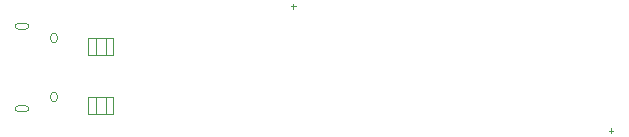
<source format=gm1>
G04*
G04 #@! TF.GenerationSoftware,Altium Limited,Altium Designer,21.4.1 (30)*
G04*
G04 Layer_Color=16711935*
%FSLAX25Y25*%
%MOIN*%
G70*
G04*
G04 #@! TF.SameCoordinates,33F1FE42-B6F4-420A-9065-0E2226A42BD6*
G04*
G04*
G04 #@! TF.FilePolarity,Positive*
G04*
G01*
G75*
%ADD29C,0.00000*%
%ADD30C,0.00394*%
D29*
X12779Y36011D02*
X13632Y36503D01*
Y37488D01*
X12779Y37980D01*
X10221D02*
X9368Y37488D01*
Y36503D01*
X10221Y36011D01*
Y65539D02*
X9368Y65047D01*
Y64062D01*
X10221Y63570D01*
X12779D02*
X13632Y64062D01*
Y65047D01*
X12779Y65539D01*
X23213Y41523D02*
X22671Y42461D01*
X21589D01*
X21047Y41523D01*
Y40342D02*
X21589Y39404D01*
X22671D01*
X23213Y40342D01*
Y61208D02*
X22671Y62146D01*
X21589D01*
X21047Y61208D01*
Y60027D02*
X21589Y59089D01*
X22671D01*
X23213Y60027D01*
X10220Y37980D02*
X12780D01*
X10220Y36011D02*
X12780D01*
X10220Y63570D02*
X12780D01*
X10220Y65539D02*
X12780D01*
X21047Y40342D02*
Y41523D01*
X23213Y40342D02*
Y41523D01*
X21047Y60027D02*
Y61208D01*
X23213Y60027D02*
Y61208D01*
X39700Y35200D02*
Y40800D01*
Y35200D02*
X42200D01*
X39700Y40800D02*
X42200D01*
X36300Y35200D02*
Y40800D01*
X33800D02*
X36300D01*
X33800Y35200D02*
X36300D01*
Y40800D02*
X39700D01*
X33800Y35200D02*
Y40800D01*
X36300Y35200D02*
X39700D01*
X42200D02*
Y40800D01*
X39700Y54700D02*
Y60300D01*
Y54700D02*
X42200D01*
X39700Y60300D02*
X42200D01*
X36300Y54700D02*
Y60300D01*
X33800D02*
X36300D01*
X33800Y54700D02*
X36300D01*
Y60300D02*
X39700D01*
X33800Y54700D02*
Y60300D01*
X36300Y54700D02*
X39700D01*
X42200D02*
Y60300D01*
D30*
X207213Y29500D02*
X208787D01*
X208000Y28713D02*
Y30287D01*
X102110Y70213D02*
Y71787D01*
X101323Y71000D02*
X102898D01*
M02*

</source>
